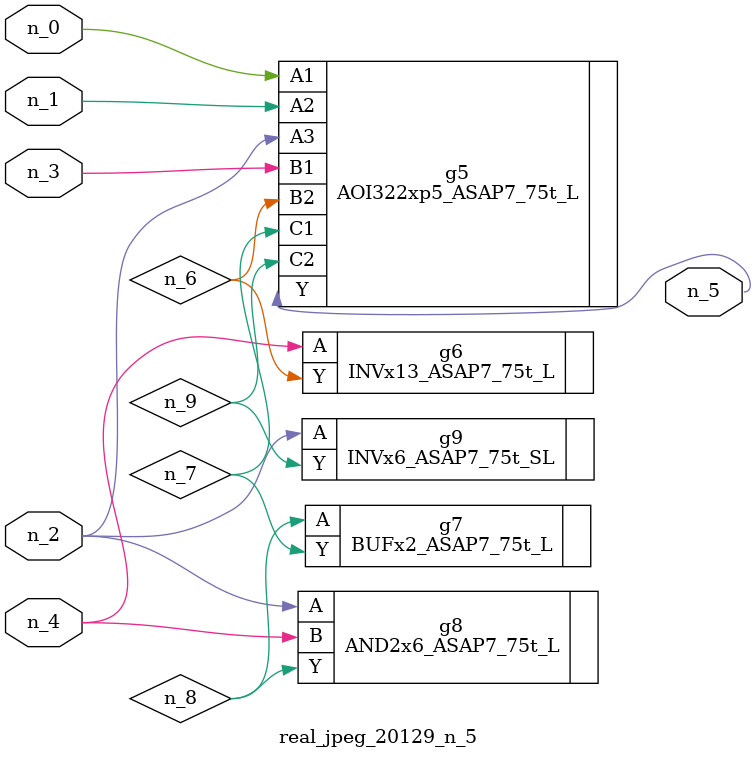
<source format=v>
module real_jpeg_20129_n_5 (n_4, n_0, n_1, n_2, n_3, n_5);

input n_4;
input n_0;
input n_1;
input n_2;
input n_3;

output n_5;

wire n_8;
wire n_6;
wire n_7;
wire n_9;

AOI322xp5_ASAP7_75t_L g5 ( 
.A1(n_0),
.A2(n_1),
.A3(n_2),
.B1(n_3),
.B2(n_6),
.C1(n_7),
.C2(n_9),
.Y(n_5)
);

AND2x6_ASAP7_75t_L g8 ( 
.A(n_2),
.B(n_4),
.Y(n_8)
);

INVx6_ASAP7_75t_SL g9 ( 
.A(n_2),
.Y(n_9)
);

INVx13_ASAP7_75t_L g6 ( 
.A(n_4),
.Y(n_6)
);

BUFx2_ASAP7_75t_L g7 ( 
.A(n_8),
.Y(n_7)
);


endmodule
</source>
